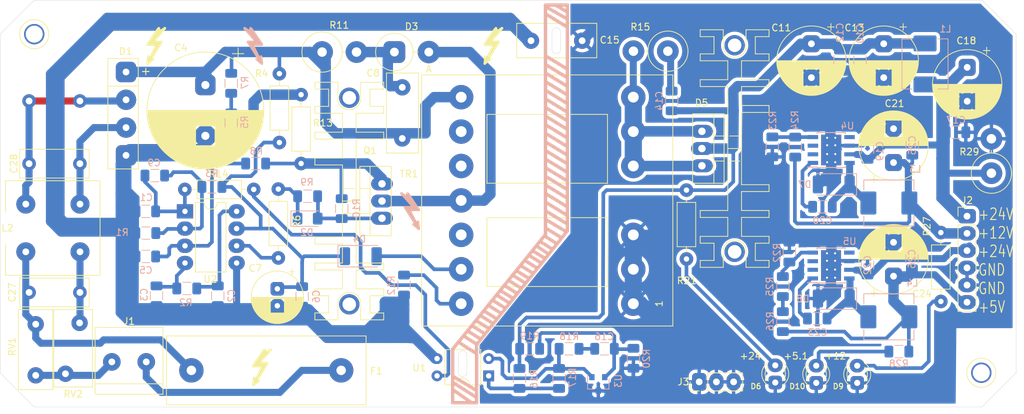
<source format=kicad_pcb>
(kicad_pcb (version 20221018) (generator pcbnew)
  (layers (0 "F.Cu" signal) (31 "B.Cu" signal) (34 "B.Paste" user) (35 "F.Paste" user) (36 "B.SilkS" user "B.Silkscreen") (37 "F.SilkS" user "F.Silkscreen") (38 "B.Mask" user) (39 "F.Mask" user) (44 "Edge.Cuts" user))
  (net 0 "")
  (net 1 "Net-(C1-Pad1)")
  (net 2 "Net-(C3-Pad1)")
  (net 3 "Net-(D2-Pad2)")
  (net 4 "Net-(Q1-Pad3)")
  (net 5 "Net-(C2-Pad1)")
  (net 6 "Net-(C5-Pad1)")
  (net 7 "Net-(C8-Pad2)")
  (net 8 "Net-(D3-Pad2)")
  (net 9 "Net-(R5-Pad1)")
  (net 10 "Net-(R6-Pad2)")
  (net 11 "Net-(D2-Pad1)")
  (net 12 "Net-(R12-Pad1)")
  (net 13 "Net-(D4-Pad2)")
  (net 14 "/VCC")
  (net 15 "Net-(R14-Pad2)")
  (net 16 "HGND")
  (net 17 "Net-(D5-Pad1)")
  (net 18 "Net-(C9-Pad2)")
  (net 19 "Net-(C10-Pad1)")
  (net 20 "/+310")
  (net 21 "Net-(C14-Pad2)")
  (net 22 "Net-(C16-Pad1)")
  (net 23 "Net-(C16-Pad2)")
  (net 24 "Net-(R16-Pad2)")
  (net 25 "Net-(R17-Pad2)")
  (net 26 "GND")
  (net 27 "Net-(J1-Pad2)")
  (net 28 "Net-(F1-Pad2)")
  (net 29 "+24v")
  (net 30 "Net-(C20-Pad1)")
  (net 31 "Net-(C20-Pad2)")
  (net 32 "+12v")
  (net 33 "Net-(R23-Pad1)")
  (net 34 "Net-(U4-Pad5)")
  (net 35 "Net-(U4-Pad3)")
  (net 36 "Net-(U4-Pad2)")
  (net 37 "Net-(C23-Pad1)")
  (net 38 "Net-(C23-Pad2)")
  (net 39 "+5.1v")
  (net 40 "Net-(R22-Pad1)")
  (net 41 "Net-(R25-Pad1)")
  (net 42 "Net-(U5-Pad5)")
  (net 43 "Net-(U5-Pad3)")
  (net 44 "Net-(U5-Pad2)")
  (net 45 "Net-(D6-Pad2)")
  (net 46 "Net-(D9-Pad2)")
  (net 47 "Net-(D10-Pad2)")
  (net 48 "Net-(C27-Pad2)")
  (net 49 "Net-(C27-Pad1)")
  (net 50 "Net-(C28-Pad2)")
  (net 51 "Net-(C28-Pad1)")
  (footprint "zmods:CP_D7.5_P2.5_zm0" (layer "F.Cu") (at 63.63208 65.4685 -90)
    (fp_text reference "C7")
    (fp_text value "100x63")
  )
  (footprint "zmods:R_Axial_DIN0207_L6.3mm_D2.5mm_P10.16mm_Horizontal" (layer "F.Cu") (at 63.93688 33.7185 -90)
    (fp_text reference "R4")
    (fp_text value "150k")
  )
  (footprint "zmods:R_Axial_DIN0207_L6.3mm_D2.5mm_P10.16mm_Horizontal" (layer "F.Cu") (at 63.7794 50.7492 -90)
    (fp_text reference "R6")
    (fp_text value "10")
  )
  (footprint "zmods:R_Axial_DIN0614_L14.3mm_D5.7mm_P5.08mm_Vertical" (layer "F.Cu") (at 70.23608 30.5308)
    (fp_text reference "R11")
    (fp_text value "27k")
  )
  (footprint "zmods:R_Axial_DIN0207_L6.3mm_D2.5mm_P10.16mm_Horizontal" (layer "F.Cu") (at 67.13728 46.9773 90)
    (fp_text reference "R13")
    (fp_text value "0,9")
  )
  (footprint "2020_zmod:NTC_Thermistor_Epcos" (layer "F.Cu") (at 34.4525 74.25 180)
    (fp_text reference "RV2")
    (fp_text value "10")
  )
  (footprint "zmods:DIP-8_W7.62mm_LongPads_3FLAT" (layer "F.Cu") (at 50.00498 54.0385)
    (fp_text reference "U2")
    (fp_text value "uc3844")
  )
  (footprint "zmods:CP_Radial_D17.0mm_P7.50mm" (layer "F.Cu") (at 53.01488 35.3949 -90)
    (fp_text reference "C4")
    (fp_text value "47x450")
  )
  (footprint "zmods:R_Axial_DIN0207_L6.3mm_D2.5mm_P10.16mm_Horizontal" (layer "F.Cu") (at 49.9872 50.8)
    (fp_text reference "R14")
    (fp_text value "0")
  )
  (footprint "zmods:HS_207_30_TO220" (layer "F.Cu") (at 79.07528 52.5145 90)
    (fp_text reference "Q1")
    (fp_text value "6N60")
  )
  (footprint "zmods:Symbol_Highvoltage_SilkS" (layer "F.Cu") (at 95.63608 30.3149)
    (fp_text reference "~" hide)
    (fp_text value "Symbol_Highvoltage_SilkS" hide)
  )
  (footprint "zmods:Symbol_Highvoltage_SilkS" (layer "F.Cu") (at 61.5 77.75)
    (fp_text reference "~" hide)
    (fp_text value "Symbol_Highvoltage_SilkS" hide)
  )
  (footprint "zmods:Symbol_Highvoltage_SilkS" (layer "F.Cu") (at 45.89018 30.3149)
    (fp_text reference "~" hide)
    (fp_text value "Symbol_Highvoltage_SilkS" hide)
  )
  (footprint "2020_zmod:Choke_Common_UU9LF" (layer "F.Cu") (at 30.5 56.5)
    (fp_text reference "L2")
    (fp_text value "~")
  )
  (footprint "2020_zmod:TerminalBlock_5_08_1" (layer "F.Cu") (at 41.75 76.25 90)
    (fp_text reference "J1")
    (fp_text value "connector2p_v1")
  )
  (footprint "2020_zmod:Fuseholder_BLX-A" (layer "F.Cu") (at 62 77.5)
    (fp_text reference "F1")
    (fp_text value "0,5")
  )
  (footprint "2020_zmod:Diode_bridge_RS207" (layer "F.Cu") (at 40.61968 39.624 90)
    (fp_text reference "D1")
    (fp_text value "KBP04G" hide)
  )
  (footprint "2020_zmod:Capacitor_Y" (layer "F.Cu") (at 82.0928 42.0116 90)
    (fp_text reference "C8")
    (fp_text value "2n2")
  )
  (footprint "2020_zmod:Transformer_ETD-29_13_11_Horizontal" (layer "F.Cu") (at 116.15928 67.6656 90)
    (fp_text reference "TR1")
    (fp_text value "Transformer_ETD29_1")
  )
  (footprint "Package_DIP:DIP-4_W7.62mm" (layer "F.Cu") (at 94.8182 78.3082 180)
    (fp_text reference "U1")
    (fp_text value "PC817_AB")
  )
  (footprint "zmods:HS_207_30_TO220" (layer "F.Cu") (at 126.2888 44.7675 -90)
    (fp_text reference "D5")
    (fp_text value "MBRF10150")
  )
  (footprint "zmods:CP_D10_P5.0_zm0" (layer "F.Cu") (at 142.4432 29.306123 -90)
    (fp_text reference "C11")
    (fp_text value "220x63")
  )
  (footprint "zmods:CP_D10_P5.0_zm0" (layer "F.Cu") (at 153.1112 29.306123 -90)
    (fp_text reference "C13")
    (fp_text value "220x63")
  )
  (footprint "zmods:R_Axial_DIN0614_L14.3mm_D5.7mm_P5.08mm_Vertical" (layer "F.Cu") (at 121.2596 30.4038 180)
    (fp_text reference "R15")
    (fp_text value "100")
  )
  (footprint "2020_zmod:Capacitor_Y" (layer "F.Cu") (at 107.3404 28.829 180)
    (fp_text reference "C15")
    (fp_text value "2n2")
  )
  (footprint "zmods:CP_D10_P5.0_zm0" (layer "F.Cu") (at 165.4302 32.7914 -90)
    (fp_text reference "C18")
    (fp_text value "220x35")
  )
  (footprint "zmods:R_Axial_DIN0207_L6.3mm_D2.5mm_P10.16mm_Horizontal" (layer "F.Cu") (at 124.0028 50.9016 -90)
    (fp_text reference "R21")
    (fp_text value "4k7")
  )
  (footprint "zmods:LED_D3.0mm_zmod" (layer "F.Cu") (at 137.1092 79.2988 90)
    (fp_text reference "D6")
    (fp_text value "~" hide)
  )
  (footprint "zmods:D_DO-201AE_P5.08mm_Vertical_AnodeUp" (layer "F.Cu") (at 80.90408 30.5308)
    (fp_text reference "D3")
    (fp_text value "FR307")
  )
  (footprint "zmods:CP_D10_P5.0_zm0" (layer "F.Cu") (at 154.559 46.8376 90)
    (fp_text reference "C21")
    (fp_text value "330x25")
  )
  (footprint "zmods:CP_D10_P5.0_zm0" (layer "F.Cu") (at 154.559 63.6016 90)
    (fp_text reference "C24")
    (fp_text value "1000x15")
  )
  (footprint "zmods:pin_1x06_P2.54mm_vertical" (layer "F.Cu") (at 165.4048 54.75)
    (fp_text reference "J2")
    (fp_text value "connector6p")
  )
  (footprint "zmods:LED_D3.0mm_zmod" (layer "F.Cu") (at 149.1996 79.3496 90)
    (fp_text reference "D9")
    (fp_text value "~" hide)
  )
  (footprint "zmods:LED_D3.0mm_zmod" (layer "F.Cu") (at 143.1544 79.3496 90)
    (fp_text reference "D10")
    (fp_text value "~" hide)
  )
  (footprint "zmods:R_Axial_DIN0207_L6.3mm_D2.5mm_P10.16mm_Horizontal" (layer "F.Cu") (at 161.544 57.17 -90)
    (fp_text reference "R27")
    (fp_text value "1k2")
  )
  (footprint "zmods:pin_1x03_P2.54mm_vertical" (layer "F.Cu") (at 125.8824 79.1972 90)
    (fp_text reference "J3")
    (fp_text value "connector3p")
  )
  (footprint "2020_zmod:Capacitor_Y" (layer "F.Cu") (at 27.9525 71.964 -90)
    (fp_text reference "RV1")
    (fp_text value "07k275")
  )
  (footprint "Capacitor_THT:C_Rect_L10.0mm_W4.0mm_P7.50mm_MKS4" (layer "F.Cu") (at 27 66)
    (fp_text reference "C27")
    (fp_text value "1uF")
  )
  (footprint "Capacitor_THT:C_Rect_L10.0mm_W4.0mm_P7.50mm_MKS4" (layer "F.Cu") (at 27 47)
    (fp_text reference "C28")
    (fp_text value "1uF")
  )
  (footprint "zmods:R_Axial_DIN0614_L14.3mm_D5.7mm_P5.08mm_Vertical" (layer "F.Cu") (at 169.0006 48.4044 90)
    (fp_text reference "R29")
    (fp_text value "1k")
  )
  (footprint "zmods:capacitor_1206_3216Metric_V1" (layer "B.Cu") (at 44.22648 54.0385 180)
    (fp_text reference "C1")
    (fp_text value "470*")
  )
  (footprint "zmods:capacitor_1206_3216Metric_V1" (layer "B.Cu") (at 54.84368 66.4845 -90)
    (fp_text reference "C2")
    (fp_text value "0,1")
  )
  (footprint "zmods:capacitor_1206_3216Metric_V1" (layer "B.Cu") (at 45.80128 66.4845 -90)
    (fp_text reference "C3")
    (fp_text value "2n2")
  )
  (footprint "zmods:capacitor_1206_3216Metric_V1" (layer "B.Cu") (at 44.22648 60.6933 180)
    (fp_text reference "C5")
    (fp_text value "470")
  )
  (footprint "zmods:capacitor_1206_3216Metric_V1" (layer "B.Cu") (at 67.28968 66.5861 -90)
    (fp_text reference "C6")
    (fp_text value "0,1")
  )
  (footprint "Diode_SMD:D_1206_3216Metric_Pad1.42x1.75mm_HandSolder" (layer "B.Cu") (at 68.10248 55.1053)
    (fp_text reference "D2")
    (fp_text value "4148")
  )
  (footprint "zmods:resistor_1206_3216metric_V1" (layer "B.Cu") (at 44.22648 57.2389 180)
    (fp_text reference "R1")
    (fp_text value "3k" hide)
  )
  (footprint "zmods:resistor_1206_3216metric_V1" (layer "B.Cu") (at 50.27168 65.4177)
    (fp_text reference "R2")
    (fp_text value "3k3" hide)
  )
  (footprint "zmods:resistor_1206_3216metric_V1" (layer "B.Cu") (at 56.82488 40.9829 -90)
    (fp_text reference "R5")
    (fp_text value "270k" hide)
  )
  (footprint "zmods:resistor_1206_3216metric_V1" (layer "B.Cu") (at 56.82488 35.1409 -90)
    (fp_text reference "R7")
    (fp_text value "270k" hide)
  )
  (footprint "zmods:resistor_1206_3216metric_V1" (layer "B.Cu") (at 60.43168 46.9773 180)
    (fp_text reference "R8")
    (fp_text value "1k" hide)
  )
  (footprint "zmods:resistor_1206_3216metric_V1" (layer "B.Cu") (at 68.10248 51.8033 180)
    (fp_text reference "R9")
    (fp_text value "47" hide)
  )
  (footprint "zmods:resistor_1206_3216metric_V1" (layer "B.Cu") (at 73.13168 53.6321 90)
    (fp_text reference "R10")
    (fp_text value "2k2" hide)
  )
  (footprint "zmods:resistor_1206_3216metric_V1" (layer "B.Cu") (at 82.32648 64.9097 -90)
    (fp_text reference "R12")
    (fp_text value "10" hide)
  )
  (footprint "zmods:D_2010_5025Metric_SS14" (layer "B.Cu") (at 75.946 60.6552)
    (fp_text reference "D4")
    (fp_text value "SS210" hide)
  )
  (footprint "zmods:resistor_1206_3216metric_V1" (layer "B.Cu") (at 53.98008 50.4317 180)
    (fp_text reference "R3")
    (fp_text value "30k" hide)
  )
  (footprint "zmods:capacitor_1206_3216Metric_V1" (layer "B.Cu") (at 45.54728 48.7553)
    (fp_text reference "C9")
    (fp_text value "330")
  )
  (footprint "zmods:Symbol_Highvoltage_SilkS" (layer "B.Cu") (at 59.94908 30.3149 180)
    (fp_text reference "~" hide)
    (fp_text value "Symbol_Highvoltage_SilkS" hide)
  )
  (footprint "zmods:Symbol_Highvoltage_SilkS" (layer "B.Cu") (at 83.10118 54.6989 180)
    (fp_text reference "~" hide)
    (fp_text value "Symbol_Highvoltage_SilkS" hide)
  )
  (footprint "zmods:capacitor_1206_3216Metric_V1" (layer "B.Cu") (at 149.6187 31.6738 -90)
    (fp_text reference "C10")
    (fp_text value "0,1")
  )
  (footprint "zmods:capacitor_1206_3216Metric_V1" (layer "B.Cu") (at 146.6596 31.6738 -90)
    (fp_text reference "C12")
    (fp_text value "0,1")
  )
  (footprint "zmods:resistor_1206_3216metric_V1" (layer "B.Cu") (at 105.2068 78.6892 90)
    (fp_text reference "R17")
    (fp_text value "4k7" hide)
  )
  (footprint "zmods:resistor_1206_3216metric_V1" (layer "B.Cu") (at 100.8634 74.3204)
    (fp_text reference "R19")
    (fp_text value "27k" hide)
  )
  (footprint "zmods:resistor_1206_3216metric_V1" (layer "B.Cu") (at 106.68 74.3228 180)
    (fp_text reference "R18")
    (fp_text value "10k" hide)
  )
  (footprint "zmods:capacitor_1206_3216Metric_V1" (layer "B.Cu") (at 111.9124 74.3192)
    (fp_text reference "C16")
    (fp_text value "470")
  )
  (footprint "zmods:resistor_1206_3216metric_V1" (layer "B.Cu") (at 116.1796 75.7174 -90)
    (fp_text reference "R20")
    (fp_text value "3k" hide)
  )
  (footprint "zmods:resistor_1206_3216metric_V1" (layer "B.Cu") (at 99.3648 78.6892 -90)
    (fp_text reference "R16")
    (fp_text value "9k1" hide)
  )
  (footprint "Package_TO_SOT_SMD:SOT-23" (layer "B.Cu") (at 110.998 79.502 -90)
    (fp_text reference "U3")
    (fp_text value "TL431DBZ")
  )
  (footprint "Inductor_SMD:L_Abracon_ASPI-0630LR" (layer "B.Cu") (at 159.2072 32.2834 -90)
    (fp_text reference "L1")
    (fp_text value "~")
  )
  (footprint "zmods:capacitor_1206_3216Metric_V1" (layer "B.Cu") (at 121.8184 37.7444 90)
    (fp_text reference "C14")
    (fp_text value "1n")
  )
  (footprint "zmods:capacitor_1206_3216Metric_V1" (layer "B.Cu") (at 163.7792 42.3672)
    (fp_text reference "C17")
    (fp_text value "0,1")
  )
  (footprint "zmods:capacitor_1206_3216Metric_V1" (layer "B.Cu") (at 150.7236 44.9072 90)
    (fp_text reference "C19")
    (fp_text value "0,1")
  )
  (footprint "zmods:D_2010_5025Metric_SS14" (layer "B.Cu") (at 145.7452 50.0634 180)
    (fp_text reference "D7")
    (fp_text value "SS24" hide)
  )
  (footprint "Inductor_SMD:L_Abracon_ASPI-0630LR" (layer "B.Cu") (at 153.8732 52.8066)
    (fp_text reference "L3")
    (fp_text value "~")
  )
  (footprint "zmods:resistor_1206_3216metric_V1" (layer "B.Cu") (at 136.6774 44.5262 -90)
    (fp_text reference "R23")
    (fp_text value "11k" hide)
  )
  (footprint "zmods:resistor_1206_3216metric_V1" (layer "B.Cu") (at 140.0556 44.5516 90)
    (fp_text reference "R24")
    (fp_text value "100k" hide)
  )
  (footprint "Package_SO:TI_SO-PowerPAD-8_ThermalVias" (layer "B.Cu") (at 145.3642 44.9834)
    (fp_text reference "U4")
    (fp_text value "TPS5430DDA")
  )
  (footprint "zmods:capacitor_1206_3216Metric_V1" (layer "B.Cu") (at 144.0688 53.3654 180)
    (fp_text reference "C20")
    (fp_text value "0,01")
  )
  (footprint "zmods:capacitor_1206_3216Metric_V1" (layer "B.Cu") (at 150.7236 61.976 90)
    (fp_text reference "C22")
    (fp_text value "0,1")
  )
  (footprint "zmods:capacitor_1206_3216Metric_V1" (layer "B.Cu") (at 143.3068 69.85 180)
    (fp_text reference "C23")
    (fp_text value "0,01")
  )
  (footprint "zmods:D_2010_5025Metric_SS14" (layer "B.Cu") (at 145.7452 66.9036 180)
    (fp_text reference "D8")
    (fp_text value "SS24" hide)
  )
  (footprint "Inductor_SMD:L_Abracon_ASPI-0630LR" (layer "B.Cu") (at 153.8732 69.596)
    (fp_text reference "L4")
    (fp_text value "~")
  )
  (footprint "zmods:resistor_1206_3216metric_V1" (layer "B.Cu") (at 139.192 60.0456 90)
    (fp_text reference "R22")
    (fp_text value "3,24" hide)
  )
  (footprint "zmods:resistor_1206_3216metric_V1" (layer "B.Cu") (at 138.2268 65.1256 90)
    (fp_text reference "R25")
    (fp_text value "5k" hide)
  )
  (footprint "Package_SO:TI_SO-PowerPAD-8_ThermalVias" (layer "B.Cu") (at 145.3388 62.0268)
    (fp_text reference "U5")
    (fp_text value "TPS5430DDA")
  )
  (footprint "zmods:resistor_1206_3216metric_V1" (layer "B.Cu") (at 138.2268 70.3072 90)
    (fp_text reference "R26")
    (fp_text value "5k" hide)
  )
  (footprint "zmods:capacitor_1206_3216Metric_V1" (layer "B.Cu") (at 157.3276 44.2976 90)
    (fp_text reference "C25")
    (fp_text value "0,1")
  )
  (footprint "zmods:capacitor_1206_3216Metric_V1" (layer "B.Cu") (at 157.2768 61.0616 90)
    (fp_text reference "C26")
    (fp_text value "0,1")
  )
  (footprint "zmods:resistor_1206_3216metric_V1" (layer "B.Cu") (at 155.3464 74.7268 180)
    (fp_text reference "R28")
    (fp_text value "500" hide)
  )
  (gr_line (start 103.2002 23.5966) (end 106.426 23.5966) (stroke (width 0.5)) (layer "B.SilkS"))
  (gr_line (start 103.251 31.115) (end 106.3752 33.02) (stroke (width 0.5)) (layer "B.SilkS"))
  (gr_line (start 103.251 32.385) (end 106.3752 34.29) (stroke (width 0.5)) (layer "B.SilkS"))
  (gr_line (start 103.251 33.655) (end 106.3752 35.56) (stroke (width 0.5)) (layer "B.SilkS"))
  (gr_line (start 103.251 34.925) (end 106.3752 36.83) (stroke (width 0.5)) (layer "B.SilkS"))
  (gr_line (start 103.251 36.195) (end 106.3752 38.1) (stroke (width 0.5)) (layer "B.SilkS"))
  (gr_line (start 103.251 37.465) (end 106.3752 39.37) (stroke (width 0.5)) (layer "B.SilkS"))
  (gr_line (start 103.251 41.275) (end 106.3752 43.18) (stroke (width 0.5)) (layer "B.SilkS"))
  (gr_line (start 103.251 40.005) (end 106.3752 41.91) (stroke (width 0.5)) (layer "B.SilkS"))
  (gr_line (start 103.251 42.545) (end 106.3752 44.45) (stroke (width 0.5)) (layer "B.SilkS"))
  (gr_line (start 103.251 43.815) (end 106.3752 45.72) (stroke (width 0.5)) (layer "B.SilkS"))
  (gr_line (start 103.251 45.085) (end 106.3752 46.99) (stroke (width 0.5)) (layer "B.SilkS"))
  (gr_line (start 103.251 38.735) (end 106.3752 40.64) (stroke (width 0.5)) (layer "B.SilkS"))
  (gr_line (start 103.251 46.355) (end 106.3752 48.26) (stroke (width 0.5)) (layer "B.SilkS"))
  (gr_line (start 103.251 52.705) (end 106.3752 54.61) (stroke (width 0.5)) (layer "B.SilkS"))
  (gr_line (start 103.251 47.625) (end 106.3752 49.53) (stroke (width 0.5)) (layer "B.SilkS"))
  (gr_line (start 103.251 48.895) (end 106.3752 50.8) (stroke (width 0.5)) (layer "B.SilkS"))
  (gr_line (start 103.251 50.165) (end 106.3752 52.07) (stroke (width 0.5)) (layer "B.SilkS"))
  (gr_line (start 103.251 51.435) (end 106.3752 53.34) (stroke (width 0.5)) (layer "B.SilkS"))
  (gr_line (start 103.251 53.975) (end 106.3752 55.88) (stroke (width 0.5)) (layer "B.SilkS"))
  (gr_line (start 103.251 55.245) (end 106.2736 57.0484) (stroke (width 0.5)) (layer "B.SilkS"))
  (gr_line (start 103.251 56.515) (end 105.6132 57.9628) (stroke (width 0.5)) (layer "B.SilkS"))
  (gr_line (start 103.251 57.785) (end 104.902 58.8264) (stroke (width 0.5)) (layer "B.SilkS"))
  (gr_line (start 102.4128 58.4708) (end 104.2416 59.6392) (stroke (width 0.5)) (layer "B.SilkS"))
  (gr_line (start 101.854 59.1312) (end 103.6828 60.3504) (stroke (width 0.5)) (layer "B.SilkS"))
  (gr_line (start 101.2952 59.8424) (end 103.1748 61.0108) (stroke (width 0.5)) (layer "B.SilkS"))
  (gr_line (start 100.7364 60.5028) (end 102.5144 61.6204) (stroke (width 0.5)) (layer "B.SilkS"))
  (gr_line (start 100.1268 61.2648) (end 102.0064 62.4332) (stroke (width 0.5)) (layer "B.SilkS"))
  (gr_line (start 99.5172 62.0268) (end 101.3968 63.1952) (stroke (width 0.5)) (layer "B.SilkS"))
  (gr_line (start 97.7392 64.2112) (end 99.6188 65.3796) (stroke (width 0.5)) (layer "B.SilkS"))
  (gr_line (start 98.3488 63.4492) (end 100.1268 64.5668) (stroke (width 0.5)) (layer "B.SilkS"))
  (gr_line (start 98.9076 62.7888) (end 100.7872 63.9572) (stroke (width 0.5)) (layer "B.SilkS"))
  (gr_line (start 97.1296 64.9732) (end 99.0092 66.1416) (stroke (width 0.5)) (layer "B.SilkS"))
  (gr_line (start 94.7928 67.9196) (end 96.6724 69.088) (stroke (width 0.5)) (layer "B.SilkS"))
  (gr_line (start 95.4024 67.1576) (end 97.282 68.326) (stroke (width 0.5)) (layer "B.SilkS"))
  (gr_line (start 96.012 66.3956) (end 97.79 67.5132) (stroke (width 0.5)) (layer "B.SilkS"))
  (gr_line (start 96.5708 65.7352) (end 98.4504 66.9036) (stroke (width 0.5)) (layer "B.SilkS"))
  (gr_line (start 94.1324 68.7324) (end 96.012 69.9008) (stroke (width 0.5)) (layer "B.SilkS"))
  (gr_line (start 93.5736 69.3928) (end 95.3516 70.5104) (stroke (width 0.5)) (layer "B.SilkS"))
  (gr_line (start 92.964 70.1548) (end 94.8436 71.3232) (stroke (width 0.5)) (layer "B.SilkS"))
  (gr_line (start 92.3544 70.9168) (end 94.234 72.0852) (stroke (width 0.5)) (layer "B.SilkS"))
  (gr_line (start 91.694 71.6788) (end 93.5736 72.8472) (stroke (width 0.5)) (layer "B.SilkS"))
  (gr_line (start 91.1352 72.4408) (end 93.0148 73.6092) (stroke (width 0.5)) (layer "B.SilkS"))
  (gr_line (start 90.4748 73.406) (end 93.0148 75.0316) (stroke (width 0.5)) (layer "B.SilkS"))
  (gr_line (start 89.5604 78.3844) (end 93.0148 80.4672) (stroke (width 0.5)) (layer "B.SilkS"))
  (gr_line (start 89.5604 79.2988) (end 92.9132 81.4324) (stroke (width 0.5)) (layer "B.SilkS"))
  (gr_line (start 89.5604 80.3656) (end 92.2528 82.2452) (stroke (width 0.5)) (layer "B.SilkS"))
  (gr_line (start 103.4796 23.9776) (end 106.3244 25.6032) (stroke (width 0.5)) (layer "B.SilkS"))
  (gr_line (start 104.8004 23.6728) (end 106.3752 24.5872) (stroke (width 0.5)) (layer "B.SilkS"))
  (gr_line (start 103.251 24.9174) (end 106.3752 26.8224) (stroke (width 0.5)) (layer "B.SilkS"))
  (gr_line (start 89.5096 82.2706) (end 93.0402 82.2706) (stroke (width 0.5)) (layer "B.SilkS"))
  (gr_line (start 103.2002 23.5966) (end 103.2002 57.4548) (stroke (width 0.5)) (layer "B.SilkS"))
  (gr_line (start 103.2002 57.4548) (end 89.5096 74.3712) (stroke (width 0.5)) (layer "B.SilkS"))
  (gr_line (start 93.0402 73.7108) (end 106.426 56.9214) (stroke (width 0.5)) (layer "B.SilkS"))
  (gr_line (start 89.5096 74.3712) (end 89.5096 82.2706) (stroke (width 0.5)) (layer "B.SilkS"))
  (gr_line (start 93.0402 82.2706) (end 93.0402 73.7108) (stroke (width 0.5)) (layer "B.SilkS"))
  (gr_line (start 106.426 23.5966) (end 106.426 56.9214) (stroke (width 0.5)) (layer "B.SilkS"))
  (gr_circle (center 167.513 77.859984) (end 168.8592 79.536384) (stroke (width 0.12)) (fill none) (layer "F.SilkS"))
  (gr_circle (center 27.7622 27.8892) (end 29.1084 29.5656) (stroke (width 0.12)) (fill none) (layer "F.SilkS"))
  (gr_line (start 90.34018 77.7875) (end 90.34018 75.2475) (stroke (width 0.05)) (layer "Edge.Cuts"))
  (gr_line (start 104.15778 30.1117) (end 104.15778 27.5717) (stroke (width 0.05)) (layer "Edge.Cuts"))
  (gr_arc (start 104.15778 27.5717) (mid 104.79278 26.9367) (end 105.42778 27.5717) (stroke (width 0.05)) (layer "Edge.Cuts"))
  (gr_line (start 105.42778 27.5717) (end 105.42778 30.1117) (stroke (width 0.05)) (layer "Edge.Cuts"))
  (gr_arc (start 105.42778 30.1117) (mid 104.79278 30.7467) (end 104.15778 30.1117) (stroke (width 0.05)) (layer "Edge.Cuts"))
  (gr_arc (start 91.61018 77.7875) (mid 90.97518 78.4225) (end 90.34018 77.7875) (stroke (width 0.05)) (layer "Edge.Cuts"))
  (gr_line (start 91.61018 75.2475) (end 91.61018 77.7875) (stroke (width 0.05)) (layer "Edge.Cuts"))
  (gr_arc (start 90.34018 75.2475) (mid 90.97518 74.6125) (end 91.61018 75.2475) (stroke (width 0.05)) (layer "Edge.Cuts"))
  (gr_line (start 172.6438 27.8892) (end 167.6146 22.8727) (stroke (width 0.05)) (layer "Edge.Cuts"))
  (gr_line (start 172.6438 77.8764) (end 167.6146 82.9056) (stroke (width 0.05)) (layer "Edge.Cuts"))
  (gr_line (start 27.7622 82.9056) (end 22.733 77.8764) (stroke (width 0.05)) (layer "Edge.Cuts"))
  (gr_line (start 22.733 27.8892) (end 22.733 77.8764) (stroke (width 0.05)) (layer "Edge.Cuts"))
  (gr_line (start 167.6146 22.8727) (end 27.7622 22.8727) (stroke (width 0.05)) (layer "Edge.Cuts"))
  (gr_line (start 167.6146 82.9056) (end 27.7622 82.9056) (stroke (width 0.05)) (layer "Edge.Cuts"))
  (gr_line (start 172.6438 27.8892) (end 172.6438 77.8764) (stroke (width 0.05)) (layer "Edge.Cuts"))
  (gr_line (start 22.733 27.8892) (end 27.7622 22.8727) (stroke (width 0.05)) (layer "Edge.Cuts"))
  (gr_text "+24V\n+12V\n+24V\nGND\nGND\n+5V" (at 166.9796 61.3032) (layer "F.SilkS") (effects (font (size 1.7 1.3)) (justify left)))
  (gr_text "+5.1" (at 140.1572 75.3872) (layer "F.SilkS") (effects (font (size 1 1))))
  (gr_text "+12" (at 145.9992 75.3872) (layer "F.SilkS") (effects (font (size 1 1))))
  (gr_text "+24" (at 133.4516 75.3872) (layer "F.SilkS") (effects (font (size 1 1))))
  (via (at 27.7622 27.8892) (size 3) (drill 2.5) (layers "F.Cu" "B.Cu") (net 0))
  (via (at 167.513 77.851) (size 3) (drill 2.5) (layers "F.Cu" "B.Cu") (net 0))
  (segment (start 44.09948 49.68748) (end 45.6946 51.2826) (width 0.54) (layer "B.Cu") (net 1))
  (segment (start 49.9872 50.8) (end 49.9872 54.0512) (width 0.54) (layer "B.Cu") (net 1))
  (segment (start 50.00498 54.0385) (end 45.64888 54.0385) (width 0.54) (layer "B.Cu") (net 1))
  (segment (start 44.09948 48.7553) (end 44.09948 49.3903) (width 0.54) (layer "B.Cu") (net 1))
  (segment (start 45.6946 51.2826) (end 45.6946 53.975) (width 0.54) (layer "B.Cu") (net 1))
  (segment (start 44.09948 48.7553) (end 44.09948 49.68748) (width 0.54) (layer "B.Cu") (net 1))
  (segment (start 50.00498 61.6585) (end 50.00498 62.3316) (width 0.54) (layer "B.Cu") (net 2))
  (segment (start 48.79848 65.4685) (end 48.74768 65.4685) (width 0.54) (layer "B.Cu") (net 2))
  (segment (start 50.00498 62.3316) (end 48.79848 63.5381) (width 0.54) (layer "B.Cu") (net 2))
  (segment (start 48.74768 65.4685) (end 48.44288 65.1637) (width 0.54) (layer "B.Cu") (net 2))
  (segment (start 48.79848 63.5381) (end 48.79848 65.4685) (width 0.54) (layer "B.Cu") (net 2))
  (segment (start 48.44288 65.1637) (end 45.49648 65.1637) (width 0.54) (layer "B.Cu") (net 2))
  (segment (start 69.62648 55.0545) (end 69.62648 51.7017) (width 0.54) (layer "B.Cu") (net 3))
  (segment (start 79.04988 55.0799) (end 69.65188 55.0799) (width 0.54) (layer "B.Cu") (net 3))
  (segment (start 69.65188 55.0799) (end 69.62648 55.0545) (width 0.54) (layer "B.Cu") (net 3))
  (segment (start 76.84008 46.9773) (end 73.08088 46.9773) (width 1.54) (layer "B.Cu") (net 4))
  (segment (start 73.08088 46.9773) (end 67.08648 46.9773) (width 1.54) (layer "B.Cu") (net 4))
  (segment (start 73.08088 46.9773) (end 73.08088 52.0573) (width 0.54) (layer "B.Cu") (net 4))
  (segment (start 67.13728 46.9773) (end 61.90488 46.9773) (width 0.54) (layer "B.Cu") (net 4))
  (segment (start 79.04988 49.1871) (end 76.84008 46.9773) (width 1.54) (layer "B.Cu") (net 4))
  (segment (start 79.04988 49.9999) (end 79.04988 49.1871) (width 1.54) (layer "B.Cu") (net 4))
  (segment (start 55.65648 54.0385) (end 55.09768 54.5973) (width 0.54) (layer "B.Cu") (net 5))
  (segment (start 54.69128 65.1637) (end 51.79568 65.1637) (width 0.54) (layer "B.Cu") (net 5))
  (segment (start 57.62498 54.0385) (end 55.65648 54.0385) (width 0.54) (layer "B.Cu") (net 5))
  (segment (start 55.09768 64.7573) (end 54.69128 65.1637) (width 0.54) (layer "B.Cu") (net 5))
  (segment (start 55.09768 58.0517) (end 55.09768 54.5973) (width 0.54) (layer "B.Cu") (net 5))
  (segment (start 55.09768 58.0517) (end 55.09768 64.7573) (width 0.54) (layer "B.Cu") (net 5))
  (segment (start 54.64048 46.9773) (end 58.95848 46.9773) (width 0.54) (layer "B.Cu") (net 6))
  (segment (start 50.00498 59.1185) (end 53.42128 59.1185) (width 0.54) (layer "B.Cu") (net 6))
  (segment (start 47.68088 60.3885) (end 47.37608 60.6933) (width 0.54) (layer "B.Cu") (net 6))
  (segment (start 53.98008 47.6377) (end 54.64048 46.9773) (width 0.54) (layer "B.Cu") (net 6))
  (segment (start 47.37608 60.6933) (end 45.80128 60.6933) (width 0.54) (layer "B.Cu") (net 6))
  (segment (start 53.98008 58.5597) (end 53.98008 47.6377) (width 0.54) (layer "B.Cu") (net 6))
  (segment (start 48.03648 59.1185) (end 47.68088 59.4741) (width 0.54) (layer "B.Cu") (net 6))
  (segment (start 47.68088 59.4741) (end 47.68088 60.3885) (width 0.54) (layer "B.Cu") (net 6))
  (segment (start 50.00498 59.1185) (end 48.03648 59.1185) (width 0.54) (layer "B.Cu") (net 6))
  (segment (start 53.42128 59.1185) (end 53.98008 58.5597) (width 0.54) (layer "B.Cu") (net 6))
  (segment (start 79.9338 35.179) (end 80.3148 35.56) (width 1.54) (layer "B.Cu") (net 7))
  (segment (start 80.3148 35.56) (end 82.2198 35.56) (width 1.54) (layer "B.Cu") (net 7))
  (segment (start 79.9338 31.5468) (end 79.9338 35.179) (width 1.54) (layer "B.Cu") (net 7))
  (segment (start 75.31608 30.5308) (end 80.9498 30.5308) (width 1.54) (layer "B.Cu") (net 7))
  (segment (start 80.9498 30.5308) (end 79.9338 31.5468) (width 1.54) (layer "B.Cu") (net 7))
  (segment (start 92.0242 30.5308) (end 95.0722 33.5788) (width 1.54) (layer "B.Cu") (net 8))
  (segment (start 79.07528 52.5145) (end 90.7161 52.5145) (width 1.54) (layer "B.Cu") (net 8))
  (segment (start 94.1324 52.451) (end 90.7034 52.451) (width 1.54) (layer "B.Cu") (net 8))
  (segment (start 95.0722 33.5788) (end 95.0722 51.5112) (width 1.54) (layer "B.Cu") (net 8))
  (segment (start 95.0722 51.5112) (end 94.1324 52.451) (width 1.54) (layer "B.Cu") (net 8))
  (segment (start 85.98408 30.5308) (end 92.0242 30.5308) (width 1.54) (layer "B.Cu") (net 8))
  (segment (start 56.82488 36.6141) (end 56.82488 39.4589) (width 0.54) (layer "B.Cu") (net 9))
  (segment (start 61.2648 60.8838) (end 63.8556 60.8838) (width 0.54) (layer "B.Cu") (net 10))
  (segment (start 57.62498 59.1185) (end 59.4995 59.1185) (width 0.54) (layer "B.Cu") (net 10))
  (segment (start 59.4995 59.1185) (end 61.2648 60.8838) (width 0.54) (layer "B.Cu") (net 10))
  (segment (start 65.4812 50.7492) (end 66.5226 51.7906) (width 0.54) (layer "B.Cu") (net 11))
  (segment (start 66.62928 51.8033) (end 66.62928 55.0545) (width 0.54) (layer "B.Cu") (net 11))
  (segment (start 63.7794 50.7492) (end 65.4812 50.7492) (width 0.54) (layer "B.Cu") (net 11))
  (segment (start 82.5119 63.4365) (end 82.5246 63.4492) (width 0.54) (layer "B.Cu") (net 12))
  (segment (start 87.122 67.1576) (end 87.63 67.6656) (width 0.54) (layer "B.Cu") (net 12))
  (segment (start 82.32648 63.4365) (end 82.5119 63.4365) (width 0.54) (layer "B.Cu") (net 12))
  (segment (start 87.122 65.3288) (end 87.122 67.1576) (width 0.54) (layer "B.Cu") (net 12))
  (segment (start 85.2424 63.4492) (end 87.122 65.3288) (width 0.54) (layer "B.Cu") (net 12))
  (segment (start 87.63 67.6656) (end 90.932 67.6656) (width 0.54) (layer "B.Cu") (net 12))
  (segment (start 82.5246 63.4492) (end 85.2424 63.4492) (width 0.54) (layer "B.Cu") (net 12))
  (segment (start 90.8558 62.5856) (end 90.8812 62.611) (width 0.54) (layer "B.Cu") (net 13))
  (segment (start 78.2835 60.6552) (end 84.836 60.6552) (width 0.54) (layer "B.Cu") (net 13))
  (segment (start 86.7664 62.5856) (end 90.8558 62.5856) (width 0.54) (layer "B.Cu") (net 13))
  (segment (start 84.836 60.6552) (end 86.7664 62.5856) (width 0.54) (layer "B.Cu") (net 13))
  (segment (start 67.28968 61.6077) (end 67.28968 65.2145) (width 0.54) (layer "B.Cu") (net 14))
  (segment (start 60.4266 45.1104) (end 60.4266 48.1584) (width 0.54) (layer "B.Cu") (net 14))
  (segment (start 61.1759 56.5785) (end 61.1759 54.6989) (width 0.54) (layer "B.Cu") (net 14))
  (segment (start 63.47968 65.2145) (end 63.42888 65.2653) (width 0.54) (layer "B.Cu") (net 14))
  (segment (start 63.93688 43.8785) (end 61.6585 43.8785) (width 0.54) (layer "B.Cu") (net 14))
  (segment (start 56.8198 48.8442) (end 55.4228 50.2412) (width 0.54) (layer "B.Cu") (net 14))
  (segment (start 73.6085 60.6552) (end 67.6148 60.6552) (width 0.54) (layer "B.Cu") (net 14))
  (segment (start 61.1759 54.6989) (end 56.9087 50.4317) (width 0.54) (layer "B.Cu") (net 14))
  (segment (start 59.7408 48.8442) (end 56.8198 48.8442) (width 0.54) (layer "B.Cu") (net 14))
  (segment (start 67.3354 60.9346) (end 67.28968 61.6077) (width 0.54) (layer "B.Cu") (net 14))
  (segment (start 62.9539 56.5785) (end 67.2846 60.9092) (width 0.54) (layer "B.Cu") (net 14))
  (segment (start 57.62498 56.5785) (end 60.38088 56.5785) (width 0.54) (layer "B.Cu") (net 14))
  (segment (start 67.28968 65.2145) (end 63.47968 65.2145) (width 0.54) (layer "B.Cu") (net 14))
  (segment (start 60.4266 48.1584) (end 59.7408 48.8442) (width 0.54) (layer "B.Cu") (net 14))
  (segment (start 67.2846 60.9092) (end 67.3354 60.9346) (width 0.54) (layer "B.Cu") (net 14))
  (segment (start 55.45328 50.4317) (end 56.9087 50.4317) (width 0.54) (layer "B.Cu") (net 14))
  (segment (start 61.6585 43.8785) (end 60.4266 45.1104) (width 0.54) (layer "B.Cu") (net 14))
  (segment (start 67.6148 60.6552) (end 67.3354 60.9346) (width 0.54) (layer "B.Cu") (net 14))
  (segment (start 60.38088 56.5785) (end 61.1759 56.5785) (width 0.54) (layer "B.Cu") (net 14))
  (segment (start 61.1759 56.5785) (end 62.9539 56.5785) (width 0.54) (layer "B.Cu") (net 14))
  (segment (start 74.9808 57.4802) (end 75.9206 58.42) (width 0.54) (layer "B.Cu") (net 15))
  (segment (start 60.1472 50.8) (end 60.1472 51.8668) (width 0.54) (layer "B.Cu") (net 15))
  (segment (start 60.1472 51.8668) (end 65.7606 57.4802) (width 0.54) (layer "B.Cu") (net 15))
  (segment (start 83.5152 64.9224) (end 84.0486 64.9224) (width 0.54) (layer "B.Cu") (net 15))
  (segment (start 85.471 71.0692) (end 88.8746 74.4728) (width 0.54) (layer "B.Cu") (net 15))
  (segment (start 78.6384 63.119) (end 80.4418 64.9224) (width 0.54) (layer "B.Cu") (net 15))
  (segment (start 76.708 63.119) (end 78.6384 63.119) (width 0.54) (layer "B.Cu") (net 15))
  (segment (start 88.8746 74.4728) (end 88.8746 78.0288) (width 0.54) (layer "B.Cu") (net 15))
  (segment (start 65.7606 57.4802) (end 74.9808 57.4802) (width 0.54) (layer "B.Cu") (net 15))
  (segment (start 75.9206 58.42) (end 75.9206 62.3316) (width 0.54) (layer "B.Cu") (net 15))
  (segment (start 88.8746 78.0288) (end 88.6206 78.2828) (width 0.54) (layer "B.Cu") (net 15))
  (segment (start 88.6206 78.2828) (end 87.2236 78.2828) (width 0.54) (layer "B.Cu") (net 15))
  (segment (start 84.0486 64.9224) (end 85.471 66.3448) (width 0.54) (layer "B.Cu") (net 15))
  (segment (start 80.4418 64.9224) (end 83.5152 64.9224) (width 0.54) (layer "B.Cu") (net 15))
  (segment (start 85.471 66.3448) (end 85.471 71.0692) (width 0.54) (layer "B.Cu") (net 15))
  (segment (start 75.9206 62.3316) (end 76.708 63.119) (width 0.54) (layer "B.Cu") (net 15))
  (segment (start 78.6638 70.6628) (end 81.788 70.6628) (width 1.54) (layer "B.Cu") (net 16))
  (segment (start 71.0692 71.3192) (end 68.25 68.5) (width 1.54) (layer "B.Cu") (net 16))
  (segment (start 76.8604 71.6026) (end 71.0692 71.6026) (width 1.54) (layer "B.Cu") (net 16))
  (segment (start 68.25 70) (end 70.9448 72.6948) (width 1.54) (layer "B.Cu") (net 16))
  (segment (start 40.5384 68.9356) (end 40.5384 56.4616) (width 1.54) (layer "B.Cu") (net 16))
  (segment (start 30.2514 33.782) (end 30.2514 55.5014) (width 1.54) (layer "B.Cu") (net 16))
  (segment (start 82.341543 68.636057) (end 79.826943 68.636057) (width 1.54) (layer "B.Cu") (net 16))
  (segment (start 40.5384 48.8696) (end 40.5384 51.3842) (width 1.54) (layer "B.Cu") (net 16))
  (segment (start 71.0692 71.6026) (end 71.0692 71.3192) (width 1.54) (layer "B.Cu") (net 16))
  (segment (start 37.592 28.1432) (end 37.6174 28.1432) (width 1.54) (layer "B.Cu") (net 16))
  (segment (start 82.3468 67.7672) (end 82.341543 68.636057) (width 1.54) (layer "B.Cu") (net 16))
  (segment (start 60.12688 37.8841) (end 60.12688 41.7957) (width 1.54) (layer "B.Cu") (net 16))
  (segment (start 59.00928 42.9133) (end 52.96408 42.9133) (width 1.54) (layer "B.Cu") (net 16))
  (segment (start 32.25 55.75) (end 40.5 55.75) (width 1.54) (layer "B.Cu") (net 16))
  (segment (start 40.789202 45.773998) (end 40.6146 45.9486) (width 1.54) (layer "B.Cu") (net 16))
  (segment (start 31.4706 54.9706) (end 32.25 55.75) (width 1.54) (layer "B.Cu") (net 16))
  (segment (start 30.2514 33.782) (end 38.5318 25.5016) (width 1.54) (layer "B.Cu") (net 16))
  (segment (start 40.5 55.75) (end 40.5384 55.7116) (width 1.54) (layer "B.Cu") (net 16))
  (segment (start 79.826943 68.636057) (end 79.502 68.961) (width 1.54) (layer "B.Cu") (net 16))
  (segment (start 53.01488 44.6913) (end 53.01488 42.8949) (width 1.54) (layer "B.Cu") (net 16))
  (segment (start 70.9448 72.6948) (end 80.264 72.6948) (width 1.54) (layer "B.Cu") (net 16))
  (segment (start 42.94378 68.0974) (end 42.65168 67.8053) (width 1.04) (layer "B.Cu") (net 16))
  (segment (start 78.7146 69.7484) (end 76.8604 71.6026) (width 1.54) (layer "B.Cu") (net 16))
  (segment (start 38.5318 25.5016) (end 97.9932 25.5016) (width 1.54) (layer "B.Cu") (net 16))
  (segment (start 82.32648 71.12508) (end 82.3468 70.2564) (width 1.54) (layer "B.Cu") (net 16))
  (segment (start 31.4706 34.2646) (end 37.592 28.1432) (width 1.54) (layer "B.Cu") (net 16))
  (segment (start 57.62498 67.945) (end 57.68848 68.0085) (width 0.54) (layer "B.Cu") (net 16))
  (segment (start 79.502 67.4116) (end 79.5274 67.3862) (width 1.54) (layer "B.Cu") (net 16))
  (segment (start 57.62498 61.6585) (end 57.62498 68.0974) (width 1.04) (layer "B.Cu") (net 16))
  (segment (start 41.30548 45.773998) (end 41.30548 46.22292) (width 1.54) (layer "B.Cu") (net 16))
  (segment (start 40.5384 55.7116) (end 40.5384 53.5178) (width 1.54) (layer "B.Cu") (net 16))
  (segment (start 41.58488 46.6217) (end 40.46728 45.5041) (width 1.04) (layer "B.Cu") (net 16))
  (segment (start 41.6814 68.2498) (end 42.5704 69.1388) (width 1.54) (layer "B.Cu") (net 16))
  (segment (start 41.58488 50.8889) (end 41.58488 46.6217) (width 1.04) (layer "B.Cu") (net 16))
  (segment (start 80.264 72.6948) (end 80.137 72.6948) (width 1.54) (layer "B.Cu") (net 16))
  (segment (start 77.47 71.7042) (end 82.042 71.7042) (width 1.54) (layer "B.Cu") (net 16))
  (segment (start 82.341543 68.636057) (end 82.3468 70.2564) (width 1.54) (layer "B.Cu") (net 16))
  (segment (start 98.3234 26.6192) (end 100.5586 28.8544) (width 1.54) (layer "B.Cu") (net 16))
  (segment (start 82.7786 72.6948) (end 83.5406 72.7456) (width 1.54) (layer "B.Cu") (net 16))
  (segment (start 78.7146 69.7484) (end 81.8388 69.7484) (width 1.54) (layer "B.Cu") (net 16))
  (segment (start 57.68848 68.0085) (end 67.54368 68.0085) (width 0.54) (layer "B.Cu") (net 16))
  (segment (start 100.5586 28.8544) (end 100.5586 28.9306) (width 1.54) (layer "B.Cu") (net 16))
  (segment (start 60.12688 41.7957) (end 59.00928 42.9133) (width 1.54) (layer "B.Cu") (net 16))
  (segment (start 31.75 57) (end 40 57) (width 1.54) (layer "B.Cu") (net 16))
  (segment (start 79.502 68.961) (end 79.502 67.4116) (width 1.54) (layer "B.Cu") (net 16))
  (segment (start 37.6174 28.1432) (end 39.1414 26.6192) (width 1.54) (layer "B.Cu") (net 16))
  (segment (start 68.25 70.104) (end 41.7068 70.104) (width 1.54) (layer "B.Cu") (net 16))
  (segment (start 30.2514 55.5014) (end 31.75 57) (width 1.54) (layer "B.Cu") (net 16))
  (segment (start 87.1982 75.7682) (end 86.9696 75.7682) (width 1.54) (layer "B.Cu") (net 16))
  (segment (start 97.9932 25.5016) (end 101.0666 28.575) (width 1.54) (layer "B.Cu") (net 16))
  (segment (start 79.5274 67.3862) (end 81.9658 67.3862) (width 1.54) (layer "B.Cu") (net 16))
  (segment (start 41.6814 52.5272) (end 41.6814 68.2498) (width 1.54) (layer "B.Cu") (net 16))
  (segment (start 81.8388 69.7484) (end 82.3468 70.2564) (width 1.54) (layer "B.Cu") (net 16))
  (segment (start 51.84648 45.8597) (end 53.01488 44.6913) (width 1.54) (layer "B.Cu") (net 16))
  (segment (start 40 57) (end 40.5384 56.4616) (width 1.54) (layer "B.Cu") (net 16))
  (segment (start 57.62498 68.0974) (end 67.37858 68.0974) (width 1.04) (layer "B.Cu") (net 16))
  (segment (start 42.5704 69.1388) (end 67.5 69.1388) (width 1.54) (layer "B.Cu") (net 16))
  (segment (start 41.7068 70.104) (end 40.5384 68.9356) (width 1.54) (layer "B.Cu") (net 16))
  (segment (start 40.5384 46.99) (end 40.5384 48.8696) (width 1.54) (layer "B.Cu") (net 16))
  (segment (start 41.30548 45.773998) (end 40.789202 45.773998) (width 1.54) (layer "B.Cu") (net 16))
  (segment (start 68.25 68.5) (end 68.25 70) (width 1.54) (layer "B.Cu") (net 16))
  (segment (start 80.264 72.6948) (end 82.7786 72.6948) (width 1.54) (layer "B.Cu") (net 16))
  (segment (start 40.5384 51.3842) (end 41.6814 52.5272) (width 1.54) (layer "B.Cu") (net 16))
  (segment (start 31.4706 34.2646) (end 31.4706 54.9706) (width 1.54) (layer "B.Cu") (net 16))
  (segment (start 57.62498 68.0974) (end 42.94378 68.0974) (width 1.04) (layer "B.Cu") (net 16))
  (segment (start 40.5384 53.5178) (end 40.5384 51.3842) (width 1.54) (layer "B.Cu") (net 16))
  (segment (start 42.77868 52.0827) (end 41.58488 50.8889) (width 1.04) (layer "B.Cu") (net 16))
  (segment (start 40.5384 56.4616) (end 40.5384 55.7116) (width 1.54) (layer "B.Cu") (net 16))
  (segment (start 82.32648 66.548) (end 82.3468 67.7672) (width 1.54) (layer "B.Cu") (net 16))
  (segment (start 42.65168 67.8053) (end 42.70248 53.6829) (width 1.04) (layer "B.Cu") (net 16))
  (segment (start 42.77868 54.0385) (end 42.77868 52.0827) (width 1.04) (layer "B.Cu") (net 16))
  (segment (start 41.30548 45.773998) (end 41.30548 46.52772) (width 1.54) (layer "B.Cu") (net 16))
  (segment (start 39.1414 26.6192) (end 98.3234 26.6192) (width 1.54) (layer "B.Cu") (net 16))
  (segment (start 67.13728 36.8173) (end 61.19368 36.8173) (width 1.54) (layer "B.Cu") (net 16))
  (segment (start 86.9696 75.7682) (end 82.32648 71.12508) (width 1.54) (layer "B.Cu") (net 16))
  (segment (start 57.62498 61.6585) (end 57.62498 67.945) (width 0.54) (layer "B.Cu") (net 16))
  (segment (start 52.68468 44.8691) (end 41.81348 44.8691) (width 1.54) (layer "B.Cu") (net 16))
  (segment (start 78.7146 69.7484) (end 79.502 68.961) (width 1.54) (layer "B.Cu") (net 16))
  (segment (start 81.9658 67.3862) (end 82.3468 67.7672) (width 1.54) (layer "B.Cu") (net 16))
  (segment (start 40.6146 45.9486) (end 51.84648 45.8597) (width 1.54) (layer "B.Cu") (net 16))
  (segment (start 41.30548 46.22292) (end 40.5384 46.99) (width 1.54) (layer "B.Cu") (net 16))
  (segment (start 61.19368 36.8173) (end 60.12688 37.8841) (width 1.54) (layer "B.Cu") (net 16))
  (segment (start 116.1288 42.5196) (end 116.1288 47.5488) (width 1.54) (layer "B.Cu") (net 17))
  (segment (start 116.4209 42.2275) (end 116.1288 42.5196) (width 1.54) (layer "B.Cu") (net 17))
  (segment (start 126.2888 42.2275) (end 116.4209 42.2275) (width 1.54) (layer "B.Cu") (net 17))
  (segment (start 116.15928 37.1856) (end 116.15928 47.32528) (width 2.54) (layer "B.Cu") (net 17))
  (segment (start 116.1288 36.9316) (end 116.1288 42.5196) (width 1.54) (layer "B.Cu") (net 17))
  (segment (start 116.15928 37.1856) (end 116.15928 30.37332) (width 1.04) (layer "B.Cu") (net 17))
  (segment (start 116.1288 42.2656) (end 116.1288 36.9316) (width 1.54) (layer "B.Cu") (net 17))
  (segment (start 116.15928 47.3456) (end 126.2888 47.3456) (width 1.54) (layer "B.Cu") (net 17))
  (segment (start 52.50688 56.2737) (end 52.20208 56.5785) (width 0.54) (layer "B.Cu") (net 18))
  (segment (start 52.20208 56.5785) (end 50.01768 56.5785) (width 0.54) (layer "B.Cu") (net 18))
  (segment (start 46.99508 48.7553) (end 47.93488 48.7553) (width 0.54) (layer "B.Cu") (net 18))
  (segment (start 52.50688 50.4317) (end 52.50688 56.2737) (width 0.54) (layer "B.Cu") (net 18))
  (segment (start 48.29048 48.2473) (end 50.98288 48.2473) (width 0.54) (layer "B.Cu") (net 18))
  (segment (start 47.42688 56.6293) (end 49.96688 56.6293) (width 0.54) (layer "B.Cu") (net 18))
  (segment (start 50.98288 48.2473) (end 52.65928 49.9237) (width 0.54) (layer "B.Cu") (net 18))
  (segment (start 47.93488 48.7553) (end 48.29048 48.2473) (width 0.54) (layer "B.Cu") (net 18))
  (segment (start 45.69968 57.2389) (end 46.81728 57.2389) (width 0.54) (layer "B.Cu") (net 18))
  (segment (start 46.81728 57.2389) (end 47.42688 56.6293) (width 0.54) (layer "B.Cu") (net 18))
  (segment (start 150.114 30.1244) (end 150.9776 29.2608) (width 1.54) (layer "B.Cu") (net 19))
  (segment (start 130.9624 39.2176) (end 130.9116 36.2204) (width 1.54) (layer "B.Cu") (net 19))
  (segment (start 130.937 39.1922) (end 130.9624 39.2176) (width 1.04) (layer "B.Cu") (net 19))
  (segment (start 130.9116 44.5516) (end 130.9624 39.2176) (width 1.54) (layer "B.Cu") (net 19))
  (segment (start 130.6957 44.7675) (end 130.9116 44.5516) (width 1.54) (layer "B.Cu") (net 19))
  (segment (start 146.6088 30.1244) (end 150.114 30.1244) (width 1.54) (layer "B.Cu") (net 19))
  (segment (start 134.62 35.56) (end 140.8684 29.3116) (width 1.54) (layer "B.Cu") (net 19))
  (segment (start 150.9776 29.2608) (end 159.4612 29.2608) (width 1.54) (layer "B.Cu") (net 19))
  (segment (start 130.9116 49.657) (end 129.667 50.9016) (width 0.54) (layer "B.Cu") (net 19))
  (segment (start 130.9116 36.2204) (end 131.572 35.56) (width 1.54) (layer "B.Cu") (net 19))
  (segment (start 126.2888 44.7675) (end 130.6957 44.7675) (width 1.54) (layer "B.Cu") (net 19))
  (segment (start 99.3648 77.216) (end 99.3648 74.295) (width 0.54) (layer "B.Cu") (net 19))
  (segment (start 130.9116 44.5516) (end 130.9116 49.657) (width 0.54) (layer "B.Cu") (net 19))
  (segment (start 111.0996 69.6976) (end 111.6838 69.1134) (width 0.54) (layer "B.Cu") (net 19))
  (segment (start 129.667 50.9016) (end 112.2172 50.9016) (width 0.54) (layer "B.Cu") (net 19))
  (segment (start 145.796 29.3116) (end 146.6088 30.1244) (width 1.54) (layer "B.Cu") (net 19))
  (segment (start 112.2172 50.9016) (end 111.7346 51.3842) (width 0.54) (layer "B.Cu") (net 19))
  (segment (start 99.3902 70.7136) (end 100.4062 69.6976) (width 0.54) (layer "B.Cu") (net 19))
  (segment (start 111.7346 51.3842) (end 111.6838 69.1134) (width 0.54) (layer "B.Cu") (net 19))
  (segment (start 121.8184 39.1922) (end 125.984 39.1922) (width 1.04) (layer "B.Cu") (net 19))
  (segment (start 100.4062 69.6976) (end 111.0996 69.6976) (width 0.54) (layer "B.Cu") (net 19))
  (segment (start 99.3902 74.3204) (end 99.3902 70.7136) (width 0.54) (layer "B.Cu") (net 19))
  (segment (start 140.8684 29.3116) (end 145.796 29.3116) (width 1.54) (layer "B.Cu") (net 19))
  (segment (start 125.984 39.1922) (end 130.937 39.1922) (width 1.04) (layer "B.Cu") (net 19))
  (segment (start 131.572 35.56) (end 134.62 35.56) (width 1.54) (layer "B.Cu") (net 19))
  (segment (start 53.01488 35.3949) (end 53.01488 33.4645) (width 1.54) (layer "B.Cu") (net 20))
  (segment (start 70.7136 30.7848) (end 70.7136 30.1752) (width 1.54) (layer "B.Cu") (net 20))
  (segment (start 55.96128 30.5181) (end 56.87568 30.5181) (width 1.54) (layer "B.Cu") (net 20))
  (segment (start 41.83888 33.4645) (end 52.55768 33.4645) (width 1.54) (layer "B.Cu") (net 20))
  (segment (start 90.7796 37.1856) (end 86.7664 37.1856) (width 1.54) (layer "B.Cu") (net 20))
  (segment (start 56.87568 30.5181) (end 63.98768 30.5181) (width 1.54) (layer "B.Cu") (net 20))
  (segment (start 72.2376 42.5196) (end 70.739 41.021) (width 1.54) (layer "B.Cu") (net 20))
  (segment (start 70.739 41.021) (end 70.739 40.4622) (width 1.54) (layer "B.Cu") (net 20))
  (segment (start 86.7664 37.1856) (end 85.4964 38.4556) (width 1.54) (layer "B.Cu") (net 20))
  (segment (start 63.98768 30.5181) (end 68.4657 30.5181) (width 1.54) (layer "B.Cu") (net 20))
  (segment (start 85.4964 38.4556) (end 85.4964 42.5196) (width 1.54) (layer "B.Cu") (net 20))
  (segment (start 63.93688 33.7185) (end 63.93688 30.5689) (width 0.54) (layer "B.Cu") (net 20))
  (segment (start 85.4964 42.5196) (end 72.2376 42.5196) (width 1.54) (layer "B.Cu") (net 20))
  (segment (start 70.7644 30.8356) (end 70.7136 30.7848) (width 1.54) (layer "B.Cu") (net 20))
  (segment (start 56.87568 30.5181) (end 56.87568 33.6677) (width 0.54) (layer "B.Cu") (net 20))
  (segment (start 63.93688 30.5689) (end 63.98768 30.5181) (width 0.54) (layer "B.Cu") (net 20))
  (segment (start 70.739 40.4622) (end 70.7644 32.8168) (width 1.54) (layer "B.Cu") (net 20))
  (segment (start 52.55768 33.4645) (end 53.26888 34.1757) (width 1.54) (layer "B.Cu") (net 20))
  (segment (start 70.7644 32.8168) (end 70.7644 30.8356) (width 1.54) (layer "B.Cu") (net 20))
  (segment (start 53.01488 33.4645) (end 55.96128 30.5181) (width 1.54) (layer "B.Cu") (net 20))
  (segment (start 68.4657 30.5181) (end 70.7644 32.8168) (width 1.54) (layer "B.Cu") (net 20))
  (segment (start 121.2596 30.4038) (end 121.2596 31.2928) (width 1.04) (layer "B.Cu") (net 21))
  (segment (start 121.666 31.6992) (end 121.666 36.068) (width 1.04) (layer "B.Cu") (net 21))
  (segment (start 121.2596 31.2928) (end 121.666 31.6992) (width 1.04) (layer "B.Cu") (net 21))
  (segment (start 108.1532 74.3228) (end 110.4622 74.3228) (width 0.54) (layer "B.Cu") (net 22))
  (segment (start 111.948 78.502) (end 112.0234 78.502) (width 0.54) (layer "B.Cu") (net 23))
  (segment (start 113.3348 77.1906) (end 113.3348 74.3712) (width 0.54) (layer "B.Cu") (net 23))
  (segment (start 112.903 71.9836) (end 102.616 71.9836) (width 0.54) (layer "B.Cu") (net 23))
  (segment (start 112.0234 78.502) (end 113.3348 77.1906) (width 0.54) (layer "B.Cu") (net 23))
  (segment (start 113.3602 74.3192) (end 113.3602 72.4408) (width 0.54) (layer "B.Cu") (net 23))
  (segment (start 113.3602 72.4408) (end 112.903 71.9836) (width 0.54) (layer "B.Cu") (net 23))
  (segment (start 102.616 71.9836) (end 102.3366 72.263) (width 0.54) (layer "B.Cu") (net 23))
  (segment (start 102.3366 72.263) (end 102.3366 74.168) (width 0.54) (layer "B.Cu") (net 23))
  (segment (start 113.3348 74.3712) (end 116.205 74.3712) (width 0.54) (layer "B.Cu") (net 23))
  (segment (start 105.2068 80.1624) (end 99.2886 80.1624) (width 0.54) (layer "B.Cu") (net 24))
  (segment (start 99.3648 80.1624) (end 95.0976 80.1624) (width 0.54) (layer "B.Cu") (net 24))
  (segment (start 95.0976 80.1624) (end 94.8182 79.883) (width 0.54) (layer "B.Cu") (net 24))
  (segment (start 94.8182 79.883) (end 94.8182 78.359) (width 0.54) (layer "B.Cu") (net 24))
  (segment (start 110.048 78.4504) (end 108.8644 77.2668) (width 0.54) (layer "B.Cu") (net 25))
  (segment (start 108.8644 77.2668) (end 105.1814 77.2668) (width 0.54) (layer "B.Cu") (net 25))
  (segment (start 96.4692 75.7682) (end 96.8502 76.1492) (width 0.54) (layer "B.Cu") (net 25))
  (segment (start 103.251 77.2668) (end 105.3084 77.2668) (width 0.54) (layer "B.Cu") (net 25))
  (segment (start 96.8502 76.1492) (end 96.8502 78.0542) (width 0.54) (layer "B.Cu") (net 25))
  (segment (start 105.1814 77.2668) (end 105.1814 74.3712) (width 0.54) (layer "B.Cu") (net 25))
  (segment (start 94.8182 75.7682) (end 96.4692 75.7682) (width 0.54) (layer "B.Cu") (net 25))
  (segment (start 97.4598 78.6638) (end 101.854 78.6638) (width 0.54) (layer "B.Cu") (net 25))
  (segment (start 110.048 78.502) (end 110.048 78.4504) (width 0.54) (layer "B.Cu") (net 25))
  (segment (start 96.8502 78.0542) (end 97.4598 78.6638) (width 0.54) (layer "B.Cu") (net 25))
  (segment (start 101.854 78.6638) (end 103.251 77.2668) (width 0.54) (layer "B.Cu") (net 25))
  (segment (start 145.3134 65.3034) (end 143.4338 67.183) (width 1.54) (layer "B.Cu") (net 26))
  (segment (start 145.3134 62.103) (end 145.3134 65.3034) (width 1.54) (layer "B.Cu") (net 26))
  (segment (start 124.4346 55.6768) (end 120.904 59.2074) (width 2.54) (layer "B.Cu") (net 26))
  (segment (start 133.1595 54.2163) (end 133.7183 54.2163) (width 1.54) (layer "B.Cu") (net 26))
  (segment (start 133.7183 54.2163) (end 137.16 57.658) (width 1.54) (layer "B.Cu") (net 26))
  (segment (start 156.591 32.4866) (end 160.7312 32.4866) (width 1.54) (layer "B.Cu") (net 26))
  (segment (start 134.463103 46.511897) (end 134.463103 52.912697) (width 2.54) (layer "B.Cu") (net 26))
  (segment (start 133.320103 39.145897) (end 134.1628 38.3032) (width 1.54) (layer "B.Cu") (net 26))
  (segment (start 165.227 42.3672) (end 165.227 37.8206) (width 0.54) (layer "B.Cu") (net 26))
  (segment (start 157.2768 59.6138) (end 157.2768 58.7248) (width 0.54) (layer "B.Cu") (net 26))
  (segment (start 168.9354 31.2928) (end 168.9354 37.7952) (width 1.54) (layer "B.Cu") (net 26))
  (segment (start 168.9354 37.7952) (end 165.4556 37.7952) (width 1.54) (layer "B.Cu") (net 26))
  (segment (start 134.874 39.3446) (end 153.162 39.5224) (width 1.54) (layer "B.Cu") (net 26))
  (segment (start 137.16 57.658) (end 139.0904 57.658) (width 1.54) (layer "B.Cu") (net 26))
  (segment (start 145.3642 48.1838) (end 143.4846 50.0634) (width 1.54) (layer "B.Cu") (net 26))
  (segment (start 133.320103 50.423497) (end 133.320103 51.998297) (width 1.54) (layer "B.Cu") (net 26))
  (segment (start 168.9354 37.7952) (end 168.8084 37.8968) (width 1.54) (layer "B.Cu") (net 26))
  (segment (start 123.8758 54.229) (end 120.5992 57.5056) (width 1.54) (layer "B.Cu") (net 26))
  (segment (start 133.320103 46.511897) (end 134.463103 46.511897) (width 1.54) (layer "B.Cu") (net 26))
  (segment (start 141.4018 34.4424) (end 142.367 34.4424) (width 1.54) (layer "B.Cu") (net 26))
  (segment (start 133.320103 46.511897) (end 133.320103 39.145897) (width 1.54) (layer "B.Cu") (net 26))
  (segment (start 150.5966 43.7642) (end 150.5966 42.3164) (width 0.54) (layer "B.Cu") (net 26))
  (segment (start 152.7556 57.658) (end 144.4752 57.658) (width 1.54) (layer "B.Cu") (net 26))
  (segment (start 110.998 80.502) (end 114.935 80.645) (width 0.54) (layer "B.Cu") (net 26))
  (segment (start 134.463103 52.912697) (end 133.1595 54.2163) (width 2.54) (layer "B.Cu") (net 26))
  (segment (start 149.098 33.2486) (end 150.1902 34.3408) (width 1.54) (layer "B.Cu") (net 26))
  (segment (start 153.1112 34.306123) (end 154.771477 34.306123) (width 1.54) (layer "B.Cu") (net 26))
  (segment (start 131.699 55.6768) (end 124.4346 55.6768) (width 2.54) (layer "B.Cu") (net 26))
  (segment (start 167.2336 29.591) (end 166.116 29.591) (width 1.54) (layer "B.Cu") (net 26))
  (segment (start 131.0894 54.229) (end 123.8758 54.229) (width 1.54) (layer "B.Cu") (net 26))
  (segment (start 116.0178 80.502) (end 116.1542 80.3656) (width 0.54) (layer "B.Cu") (net 26))
  (segment (start 117.0178 67.6656) (end 121.0056 71.6534) (width 2.54) (layer "B.Cu") (net 26))
  (segment (start 134.8486 45.2628) (end 134.239 44.6532) (width 1.54) (layer "B.Cu") (net 26))
  (segment (start 137.541 38.3032) (end 141.4018 34.4424) (width 1.54) (layer "B.Cu") (net 26))
  (segment (start 157.3276 41.656) (end 156.8704 41.1988) (width 0.54) (layer "B.Cu") (net 26))
  (segment (start 148.0642 44.3484) (end 150.0124 44.3484) (width 0.54) (layer "B.Cu") (net 26))
  (segment (start 163.6268 29.591) (end 165.5318 29.591) (width 1.54) (layer "B.Cu") (net 26))
  (segment (start 154.559 40.8686) (end 153.1874 39.497) (width 1.54) (layer "B.Cu") (net 26))
  (segment (start 145.2372 39.497) (end 145.2372 43.6118) (width 1.54) (layer "B.Cu") (net 26))
  (segment (start 156.6164 58.0644) (end 154.3304 58.0644) (width 0.54) (layer "B.Cu") (net 26))
  (segment (start 145.9388 61.3268) (end 149.4932 61.3268) (width 0.54) (layer "B.Cu") (net 26))
  (segment (start 139.0904 57.658) (end 144.4752 57.658) (width 1.54) (layer "B.Cu") (net 26))
  (segment (start 134.239 44.6532) (end 134.239 39.624) (width 1.54) (layer "B.Cu") (net 26))
  (segment (start 133.320103 46.511897) (end 135.987103 46.511897) (width 1.54) (layer "B.Cu") (net 26))
  (segment (start 148.0642 44.3484) (end 145.7198 44.3484) (width 0.54) (layer "B.Cu") (net 26))
  (segment (start 154.771477 34.306123) (end 156.591 32.4866) (width 1.54) (layer "B.Cu") (net 26))
  (segment (start 116.15928 57.43448) (end 116.1288 57.404) (width 1.54) (layer "B.Cu") (net 26))
  (segment (start 146.6342 33.1216) (end 145.2118 34.544) (width 1.54) (layer "B.Cu") (net 26))
  (segment (start 134.239 39.624) (end 134.5946 39.624) (width 1.54) (layer "B.Cu") (net 26))
  (segment (start 157.2768 58.7248) (end 156.6164 58.0644) (width 0.54) (layer "B.Cu") (net 26))
  (segment (start 119.5324 80.645) (end 114.935 80.645) (width 2.54) (layer "B.Cu") (net 26))
  (segment (start 167.2336 29.591) (end 168.9354 31.2928) (width 1.54) (layer "B.Cu") (net 26))
  (segment (start 150.7236 60.5282) (end 150.7236 59.7408) (width 1.04) (layer "B.Cu") (net 26))
  (segment (start 146.5072 33.2486) (end 149.098 33.2486) (width 1.54) (layer "B.Cu") (net 26))
  (segment (start 150.0124 44.3484) (end 150.5966 43.7642) (width 0.54) (layer "B.Cu") (net 26))
  (segment (start 120.904 59.2074) (end 116.459 59.2074) (width 2.54) (layer "B.Cu") (net 26))
  (segment (start 134.1628 38.3032) (end 137.541 38.3032) (width 1.54) (layer "B.Cu") (net 26))
  (segment (start 153.1874 39.497) (end 145.2372 39.497) (width 1.54) (layer "B.Cu") (net 26))
  (segment (start 150.7236 59.7408) (end 151.8412 58.6232) (width 1.04) (layer "B.Cu") (net 26))
  (segment (start 156.8704 41.1988) (end 154.3304 41.1988) (width 0.54) (layer "B.Cu") (net 26))
  (segment (start 116.15928 67.6656) (end 117.0178 67.6656) (width 2.54) (layer "B.Cu") (net 26))
  (segment (start 145.3642 44.9834) (end 145.3642 43.4086) (width 1.54) (layer "B.Cu") (net 26))
  (segment (start 120.5992 57.5056) (end 116.205 57.5056) (width 1.54) (layer "B.Cu") (net 26))
  (segment (start 121.0056 79.248) (end 120.9294 79.248) (width 2.54) (layer "B.Cu") (net 26))
  (segment (start 139.192 58.5724) (end 139.192 57.7596) (width 0.54) (layer "B.Cu") (net 26))
  (segment (start 114.935 80.645) (end 116.0178 80.502) (width 0.54) (layer "B.Cu") (net 26))
  (segment (start 161.7472 25.2222) (end 112.2426 25.2222) (width 1.54) (layer "B.Cu") (net 26))
  (segment (start 139.192 57.7596) (end 139.0904 57.658) (width 0.54) (layer "B.Cu") (net 26))
  (segment (start 134.463103 46.511897) (end 134.8486 46.1264) (width 1.54) (layer "B.Cu") (net 26))
  (segment (start 145.3642 44.9834) (end 145.3642 48.1838) (width 1.54) (layer "B.Cu") (net 26))
  (segment (start 150.5966 42.3164) (end 151.0792 41.8338) (width 0.54) (layer "B.Cu") (net 26))
  (segment (start 151.0792 41.8338) (end 154.432 41.8338) (width 0.54) (layer "B.Cu") (net 26))
  (segment (start 150.1902 34.3408) (end 154.1018 34.3408) (width 1.54) (layer "B.Cu") (net 26))
  (segment (start 154.559 41.8376) (end 154.559 40.8686) (width 1.54) (layer "B.Cu") (net 26))
  (segment (start 120.9294 79.248) (end 119.5324 80.645) (width 2.54) (layer "B.Cu") (net 26))
  (segment (start 116.15928 57.5056) (end 116.15928 67.74688) (width 2.54) (layer "B.Cu") (net 26))
  (segment (start 160.7312 32.4866) (end 163.6268 29.591) (width 1.54) (layer "B.Cu") (net 26))
  (segment (start 154.559 58.6016) (end 153.6992 58.6016) (width 1.54) (layer "B.Cu") (net 26))
  (segment (start 134.5946 39.624) (end 134.874 39.3446) (width 1.54) (layer "B.Cu") (net 26))
  (segment (start 144.4752 57.658) (end 145.3896 58.5724) (width 1.54) (layer "B.Cu") (net 26))
  (segment (start 166.116 29.591) (end 161.7472 25.2222) (width 1.54) (layer "B.Cu") (net 26))
  (segment (start 157.3276 42.8498) (end 157.3276 41.656) (width 0.54) (layer "B.Cu") (net 26))
  (segment (start 151.8412 58.6232) (end 154.5844 58.6232) (width 1.04) (layer "B.Cu") (net 26))
  (segment (start 116.1542 80.3656) (end 116.1542 77.1906) (width 0.54) (layer "B.Cu") (net 26))
  (segment (start 145.4404 34.3916) (end 146.431 33.401) (width 1.54) (layer "B.Cu") (net 26))
  (segment (start 145.3896 58.5724) (end 145.3896 60.8584) (width 1.54) (layer "B.Cu") (net 26))
  (segment (start 133.320103 50.423497) (end 133.320103 46.511897) (width 1.54) (layer "B.Cu") (net 26))
  (segment (start 142.1384 34.544) (end 145.2118 34.544) (width 1.54) (layer "B.Cu") (net 26))
  (segment (start 146.6596 33.1216) (end 146.6342 33.1216) (width 1.54) (layer "B.Cu") (net 26))
  (segment (start 121.0056 71.6534) (end 121.0056 79.248) (width 2.54) (layer "B.Cu") (net 26))
  (segment (start 116.15928 67.6656) (end 116.15928 57.43448) (width 1.54) (layer "B.Cu") (net 26))
  (segment (start 149.4932 61.3268) (end 150.368 60.452) (width 0.54) (layer "B.Cu") (net 26))
  (segment (start 153.6992 58.6016) (end 152.7556 57.658) (width 1.54) (layer "B.Cu") (net 26))
  (segment (start 112.2426 25.2222) (end 108.5596 28.9052) (width 1.54) (layer "B.Cu") (net 26))
  (segment (start 133.320103 51.998297) (end 131.0894 54.229) (width 1.54) (layer "B.Cu") (net 26))
  (segment (start 165.5318 29.591) (end 167.2336 29.591) (width 1.54) (layer "B.Cu") (net 26))
  (segment (start 133.1595 54.2163) (end 131.699 55.6768) (width 2.54) (layer "B.Cu") (net 26))
  (segment (start 134.8486 46.1264) (end 134.8486 45.2628) (width 1.54) (layer "B.Cu") (net 26))
  (segment (start 39.21 76.25) (end 37.21 78.25) (width 1.04) (layer "B.Cu") (net 27))
  (segment (start 36.25 78.25) (end 36.2378 78.2378) (width 1.04) (layer "B.Cu") (net 27))
  (segment (start 36.2378 78.2378) (end 27.9779 78.2378) (width 1.04) (layer "B.Cu") (net 27))
  (segment (start 37.21 78.25) (end 36.25 78.25) (width 1.04) (layer "B.Cu") (net 27))
  (segment (start 44.29 78.54) (end 46.5 80.75) (width 1.04) (layer "B.Cu") (net 28))
  (segment (start 64 80.75) (end 67.25 77.5) (width 1.04) (layer "B.Cu") (net 28))
  (segment (start 67.25 77.5) (end 73.049 77.5) (width 1.04) (layer "B.Cu") (net 28))
  (segment (start 44.29 76.25) (end 44.29 78.54) (width 1.04) (layer "B.Cu") (net 28))
  (segment (start 46.5 80.75) (end 64 80.75) (width 1.04) (layer "B.Cu") (net 28))
  (segment (start 149.6314 62.7126) (end 149.0218 62.7126) (width 1.04) (layer "B.Cu") (net 29))
  (segment (start 150.3426 63.4238) (end 149.6314 62.7126) (width 1.04) (layer "B.Cu") (net 29))
  (segment (start 163.17 59.83) (end 161.9892 61.0108) (width 1.04) (layer "B.Cu") (net 29))
  (segment (start 151.003 46.355) (end 153.1112 44.2468) (width 1.04) (layer "B.Cu") (net 29))
  (segment (start 149.098 45.6184) (end 149.1234 45.6438) (width 0.54) (layer "B.Cu") (net 29))
  (segment (start 165.4048 59.83) (end 163.17 59.83) (width 1.04) (layer "B.Cu") (net 29))
  (segment (start 162.3314 35.4838) (end 162.3314 35.052) (width 0.54) (layer "B.Cu") (net 29))
  (segment (start 149.733 45.6438) (end 149.1234 45.6438) (width 1.04) (layer "B.Cu") (net 29))
  (segment (start 162.3314 42.3672) (end 162.3314 48.4186) (width 1.04) (layer "B.Cu") (net 29))
  (segment (start 148.0642 45.6184) (end 149.098 45.6184) (width 0.54) (layer "B.Cu") (net 29))
  (segment (start 153.1112 44.2468) (end 162.0012 44.2468) (width 1.04) (layer "B.Cu") (net 29))
  (segment (start 161.394 35.3084) (end 162.7608 35.3084) (width 1.54) (layer "B.Cu") (net 29))
  (segment (start 165.7604 59.1312) (end 165.5572 59.3344) (width 1.04) (layer "B.Cu") (net 29))
  (segment (start 150.7236 46.355) (end 150.4442 46.355) (width 1.04) (layer "B.Cu") (net 29))
  (segment (start 148.0388 62.6618) (end 149.5806 62.6618) (width 0.54) (layer "B.Cu") (net 29))
  (segment (start 162.3314 42.3672) (end 162.3314 43.9166) (width 1.04) (layer "B.Cu") (net 29))
  (segment (start 169.0006 48.4044) (end 162.3456 48.4044) (width 1.04) (layer "B.Cu") (net 29))
  (segment (start 162.3314 48.4186) (end 162.3314 51.6766) (width 1.04) (layer "B.Cu") (net 29))
  (segment (start 161.3916 52.1416) (end 164 54.75) (width 1.04) (layer "B.Cu") (net 29))
  (segment (start 164 54.75) (end 165.4048 54.75) (width 1.04) (layer "B.Cu") (net 29))
  (segment (start 153.5176 61.0108) (end 151.1046 63.4238) (width 1.04) (layer "B.Cu") (net 29))
  (segment (start 162.3456 48.4044) (end 162.3314 48.4186) (width 1.04) (layer "B.Cu") (net 29))
  (segment (start 161.394 46.2256) (end 161.3916 46.228) (width 1.04) (layer "B.Cu") (net 29))
  (segment (start 161.3916 46.228) (end 161.3916 52.1416) (width 1.04) (layer "B.Cu") (net 29))
  (segment (start 161.9892 61.0108) (end 153.5176 61.0108) (width 1.04) (layer "B.Cu") (net 29))
  (segment (start 151.1046 63.4238) (end 150.7236 63.4238) (width 1.04) (layer "B.Cu") (net 29))
  (segment (start 162.7608 35.3084) (end 165.354 32.7152) (width 1.54) (layer "B.Cu") (net 29))
  (segment (start 162.3314 51.6766) (end 165.4048 54.75) (width 1.04) (layer "B.Cu") (net 29))
  (segment (start 159.2072 35.3084) (end 161.394 35.3084) (width 1.54) (layer "B.Cu") (net 29))
  (segment (start 162.3314 35.052) (end 162.306 42.4688) (width 1.04) (layer "B.Cu") (net 29))
  (segment (start 149.5806 62.6618) (end 149.6314 62.7126) (width 0.54) (layer "B.Cu") (net 29))
  (segment (start 150.4442 46.355) (end 149.733 45.6438) (width 1.04) (layer "B.Cu") (net 29))
  (segment (start 161.394 35.3084) (end 161.394 46.2256) (width 1.04) (layer "B.Cu") (net 29))
  (segment (start 162.3314 43.9166) (end 162.0012 44.2468) (width 1.04) (layer "B.Cu") (net 29))
  (segment (start 150.7236 46.355) (end 151.003 46.355) (width 1.04) (layer "B.Cu") (net 29))
  (segment (start 145.5166 52.578) (end 148.0058 50.0888) (width 1.04) (layer "B.Cu") (net 30))
  (segment (start 145.5166 53.3654) (end 145.5166 52.578) (width 1.04) (layer "B.Cu") (net 30))
  (segment (start 148.0058 50.0888) (end 150.8252 52.9082) (width 1.04) (layer "B.Cu") (net 30))
  (segment (start 148.0827 50.0634) (end 148.0827 47.3195) (width 1.04) (layer "B.Cu") (net 30))
  (segment (start 150.8252 52.9082) (end 150.9776 52.9082) (width 1.04) (layer "B.Cu") (net 30))
  (segment (start 142.6642 46.8884) (end 142.3416 46.8884) (width 0.54) (layer "B.Cu") (net 31))
  (segment (start 141.5796 53.34) (end 142.7988 53.34) (width 0.54) (layer "B.Cu") (net 31))
  (segment (start 142.3416 46.8884) (end 141.1224 48.1076) (width 0.54) (layer "B.Cu") (net 31))
  (segment (start 141.1224 52.8828) (end 141.5796 53.34) (width 0.54) (layer "B.Cu") (net 31))
  (segment (start 141.1224 48.1076) (end 141.1224 52.8828) (width 0.54) (layer "B.Cu") (net 31))
  (segment (start 156.8982 52.8066) (end 156.8982 55.5474) (width 0.54) (layer "B.Cu") (net 32))
  (segment (start 156.1084 46.8376) (end 156.7434 47.4726) (width 1.04) (layer "B.Cu") (net 32))
  (segment (start 165.4048 57.29) (end 161.664 57.29) (width 1.54) (layer "B.Cu") (net 32))
  (segment (start 140.0048 55.499) (end 140.0048 46.2534) (width 0.54) (layer "B.Cu") (net 32))
  (segment (start 161.544 57.17) (end 161.2616 57.17) (width 1.54) (layer "B.Cu") (net 32))
  (segment (start 161.664 57.29) (end 161.544 57.17) (width 1.54) (layer "B.Cu") (net 32))
  (segment (start 154.559 46.8376) (end 156.1084 46.8376) (width 1.04) (layer "B.Cu") (net 32))
  (segment (start 157.3276 45.7454) (end 157.3276 46.8884) (width 0.54) (layer "B.Cu") (net 32))
  (segment (start 156.8982 55.5474) (end 156.6164 55.8292) (width 0.54) (layer "B.Cu") (net 32))
  (segment (start 156.6164 55.8292) (end 140.335 55.8292) (width 0.54) (layer "B.Cu") (net 32))
  (segment (start 140.335 55.8292) (end 140.0048 55.499) (width 0.54) (layer "B.Cu") (net 32))
  (segment (start 161.2616 57.17) (end 156.8982 52.8066) (width 1.54) (layer "B.Cu") (net 32))
  (segment (start 157.3276 46.8884) (end 156.7434 47.4726) (width 0.54) (layer "B.Cu") (net 32))
  (segment (start 156.7434 47.4726) (end 156.7434 52.578) (width 1.04) (layer "B.Cu") (net 32))
  (segment (start 136.5758 43.0784) (end 136.5504 43.0784) (width 0.54) (layer "B.Cu") (net 33))
  (segment (start 142.6642 43.0784) (end 136.5758 43.0784) (width 0.54) (layer "B.Cu") (net 33))
  (segment (start 148.1328 67.0059) (end 148.1328 64.262) (width 1.04) (layer "B.Cu") (net 37))
  (segment (start 148.0058 66.9544) (end 150.8252 69.7738) (width 1.04) (layer "B.Cu") (net 37))
  (segment (start 144.8308 69.7992) (end 148.0058 66.9544) (width 1.04) (layer "B.Cu") (net 37))
  (segment (start 142.4178 63.9318) (end 140.716 65.6336) (width 0.54) (layer "B.Cu") (net 38))
  (segment (start 140.716 68.9356) (end 141.5288 69.7484) (width 0.54) (layer "B.Cu") (net 38))
  (segment (start 142.6388 63.9318) (end 142.4178 63.9318) (width 0.54) (layer "B.Cu") (net 38))
  (segment (start 140.716 65.6336) (end 140.716 68.9356) (width 0.54) (layer "B.Cu") (net 38))
  (segment (start 165.4048 67.45) (end 164.7 67.45) (width 1.04) (layer "B.Cu") (net 39))
  (segment (start 153.4668 72.7964) (end 156.7688 69.4944) (width 0.54) (layer "B.Cu") (net 39))
  (segment (start 160.6484 63.3984) (end 154.4828 63.3984) (width 1.04) (layer "B.Cu") (net 39))
  (segment (start 164.7 67.45) (end 160.6484 63.3984) (width 1.04) (layer "B.Cu") (net 39))
  (segment (start 154.559 63.6016) (end 154.559 67.2846) (width 1.54) (layer "B.Cu") (net 39))
  (segment (start 157.2768 63.754) (end 156.8704 64.1604) (width 0.54) (layer "B.Cu") (net 39))
  (segment (start 157.2768 62.5094) (end 157.2768 63.754) (width 0.54) (layer "B.Cu") (net 39))
  (segment (start 148.336 72.7964) (end 153.4668 72.7964) (width 0.54) (layer "B.Cu") (net 39))
  (segment (start 156.8704 64.1604) (end 154.7368 64.1604) (width 0.54) (layer "B.Cu") (net 39))
  (segment (start 138.2268 71.7804) (end 147.32 71.7804) (width 0.54) (layer "B.Cu") (net 39))
  (segment (start 156.8196 74.7268) (end 156.8196 70.0024) (width 0.54) (layer "B.Cu") (net 39))
  (segment (start 154.559 67.2846) (end 156.8704 69.596) (width 1.54) (layer "B.Cu") (net 39))
  (segment (start 147.32 71.7804) (end 148.336 72.7964) (width 0.54) (layer "B.Cu") (net 39))
  (segment (start 138.1252 62.9412) (end 138.1252 63.7032) (width 0.54) (layer "B.Cu") (net 40))
  (segment (start 140.9446 60.1218) (end 138.1252 62.9412) (width 0.54) (layer "B.Cu") (net 40))
  (segment (start 142.6388 60.1218) (end 140.9446 60.1218) (width 0.54) (layer "B.Cu") (net 40))
  (segment (start 138.2268 66.5988) (end 138.2268 68.9356) (width 0.54) (layer "B.Cu") (net 41))
  (segment (start 124.0028 63.6016) (end 137.1092 76.708) (width 0.54) (layer "B.Cu") (net 45))
  (segment (start 124.0028 61.0616) (end 124.0028 63.6016) (width 0.54) (layer "B.Cu") (net 45))
  (segment (start 159.766 67.984) (end 160.42 67.33) (width 0.54) (layer "B.Cu") (net 46))
  (segment (start 158.75 77.1652) (end 159.766 76.1492) (width 0.54) (layer "B.Cu") (net 46))
  (segment (start 149.0472 76.8096) (end 151.6888 76.8096) (width 0.54) (layer "B.Cu") (net 46))
  (segment (start 151.6888 76.8096) (end 152.0444 77.1652) (width 0.54) (layer "B.Cu") (net 46))
  (segment (start 160.42 67.33) (end 161.544 67.33) (width 0.54) (layer "B.Cu") (net 46))
  (segment (start 152.0444 77.1652) (end 158.75 77.1652) (width 0.54) (layer "B.Cu") (net 46))
  (segment (start 159.766 76.1492) (end 159.766 67.984) (width 0.54) (layer "B.Cu") (net 46))
  (segment (start 143.7132 74.7268) (end 143.51 74.93) (width 0.54) (layer "B.Cu") (net 47))
  (segment (start 143.51 74.93) (end 143.51 76.708) (width 0.54) (layer "B.Cu") (net 47))
  (segment (start 153.8732 74.7268) (end 143.7132 74.7268) (width 0.54) (layer "B.Cu") (net 47))
  (segment (start 34.5132 70.4393) (end 34.4525 70.5) (width 1.04) (layer "B.Cu") (net 48))
  (segment (start 34.5132 60.0052) (end 34.5132 70.4393) (width 1.04) (layer "B.Cu") (net 48))
  (segment (start 26.5122 60.0052) (end 26.5122 69.2283) (width 1.04) (layer "B.Cu") (net 49))
  (segment (start 26.5122 69.2283) (end 27.9779 70.694) (width 1.04) (layer "B.Cu") (net 49))
  (segment (start 28.75 73.5) (end 37.5 73.5) (width 1.04) (layer "B.Cu") (net 49))
  (segment (start 46.451 73) (end 50.951 77.5) (width 1.04) (layer "B.Cu") (net 49))
  (segment (start 27.9779 72.7279) (end 28.75 73.5) (width 1.04) (layer "B.Cu") (net 49))
  (segment (start 37.5 73.5) (end 38 73) (width 1.04) (layer "B.Cu") (net 49))
  (segment (start 38 73) (end 46.451 73) (width 1.04) (layer "B.Cu") (net 49))
  (segment (start 27.9779 70.694) (end 27.9779 72.7279) (width 1.04) (layer "B.Cu") (net 49))
  (segment (start 36.576001 41.673999) (end 34.5 43.75) (width 1.04) (layer "B.Cu") (net 50))
  (segment (start 34.5132 52.9694) (end 34.5132 47.0132) (width 1.04) (layer "B.Cu") (net 50))
  (segment (start 41.30548 41.673999) (end 36.576001 41.673999) (width 1.04) (layer "B.Cu") (net 50))
  (segment (start 34.5 43.75) (end 34.5 47) (width 1.04) (layer "B.Cu") (net 50))
  (segment (start 34.5132 47.0132) (end 34.5 47) (width 1.04) (layer "B.Cu") (net 50))
  (segment (start 34.5 37.75) (end 27 37.75) (width 1.04) (layer "F.Cu") (net 51))
  (via (at 27 37.75) (size 2) (drill 1) (layers "F.Cu" "B.Cu") (net 51))
  (via (at 34.5 37.75) (size 2) (drill 1) (layers "F.Cu" "B.Cu") (net 51))
  (segment (start 27 47) (end 27 37.75) (width 1.04) (layer "B.Cu") (net 51))
  (segment (start 26.5122 50.2622) (end 26.5 50.25) (width 1.04) (layer "B.Cu") (net 51))
  (segment (start 26.5 50.25) (end 26.625 50.125) (width 1.04) (layer "B.Cu") (net 51))
  (segment (start 27 49.75) (end 27 47) (width 1.04) (layer "B.Cu") (net 51))
  (segment (start 34.5 37.75) (end 41.129481 37.75) (width 1.04) (layer "B.Cu") (net 51))
  (segment (start 26.5122 52.9694) (end 26.5122 50.2622) (width 1.04) (layer "B.Cu") (net 51))
  (segment (start 26.625 50.125) (end 27 49.75) (width 1.04) (layer "B.Cu") (net 51))
  (segment (start 41.129481 37.75) (end 41.30548 37.574001) (width 1.04) (layer "B.Cu") (net 51))
  (zone (net 26) (net_name "GND") (layer "B.Cu") (connect_pads (clearance 0.508)) (min_thickness 0.254) (fill yes (thermal_gap 0.508) (thermal_bridge_width 0.508))
    (polygon (pts (xy 172.2628 28.0924) (xy 172.2628 71.2724) (xy 163.83 71.2724) (xy 163.7284 82.7532) (xy 94.488 82.804) (xy 93.5228 82.804) (xy 93.472 73.7616) (xy 102.0064 63.1952) (xy 106.8832 57.3024) (xy 106.8832 23.114) (xy 167.2844 23.114)))
  )
)
</source>
